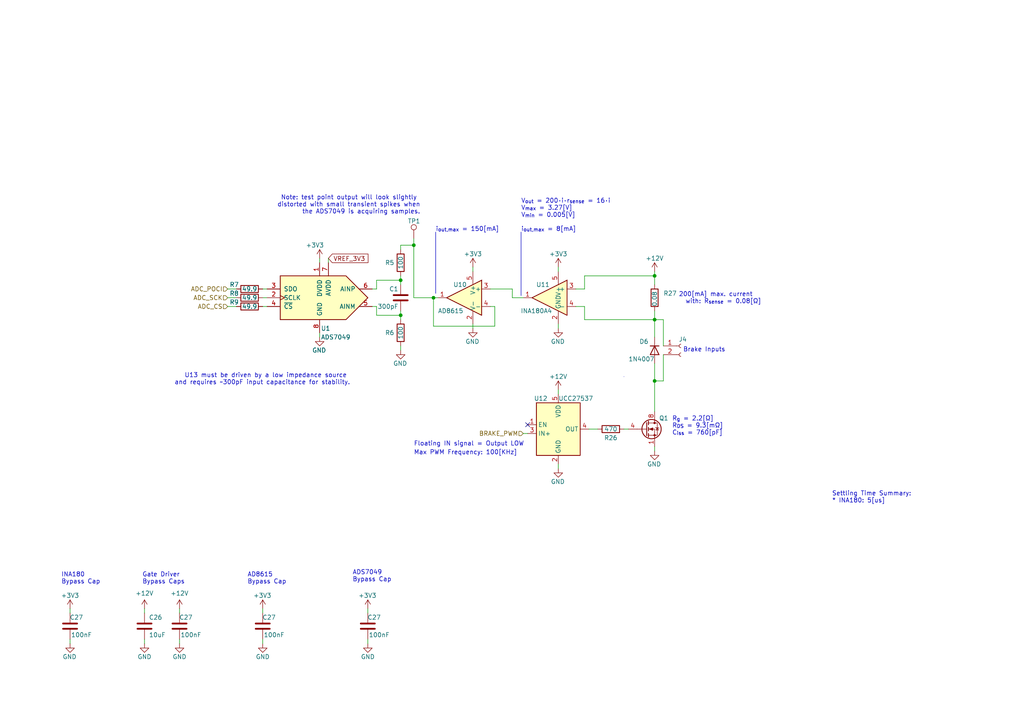
<source format=kicad_sch>
(kicad_sch (version 20230121) (generator eeschema)
  (paper "A4")
  (lib_symbols
    (symbol "Analog_ADC:ADS7049" (pin_names (offset 1.016))
      (property "Reference" "U" (at -7.62 -7.62 0))
      (property "Value" "ADS7049" (at 2.54 -7.62 0))
      (symbol "ADS7049_0_1"
        (polyline (pts (xy -13.97 0) (xy -7.62 6.35) (xy 11.43 6.35) (xy 11.43 -6.35) (xy -7.62 -6.35) (xy -13.97 0)) (stroke (width 0.254)) (fill (type background)))
      )
      (symbol "ADS7049_1_1"
        (pin power_in line (at 0 10.16 270) (length 3.81) (name "DVDD") (number "1"))
        (pin input clock (at 15.24 0 180) (length 3.81) (name "SCLK") (number "2"))
        (pin output line (at 15.24 2.54 180) (length 3.81) (name "SDO") (number "3"))
        (pin input line (at 15.24 -2.54 180) (length 3.81) (name "~{CS}") (number "4"))
        (pin input line (at -15.24 -2.54 0) (length 3.81) (name "AINM") (number "5"))
        (pin input line (at -15.24 2.54 0) (length 3.81) (name "AINP") (number "6"))
        (pin power_in line (at -2.54 10.16 270) (length 3.81) (name "AVDD") (number "7"))
        (pin power_in line (at 0 -10.16 90) (length 3.81) (name "GND") (number "8"))
      )
    )
    (symbol "Connector:Conn_01x02_Female" (pin_names (offset 1.016) hide)
      (property "Reference" "J" (at 0 2.54 0))
      (property "Value" "Conn_01x02_Female" (at 0 -5.08 0))
      (symbol "Conn_01x02_Female_1_1"
        (arc (start 0 -2.032) (mid -0.5058 -2.54) (end 0 -3.048) (stroke (width 0.1524)))
        (polyline (pts (xy -1.27 -2.54) (xy -0.508 -2.54)) (stroke (width 0.1524)))
        (polyline (pts (xy -1.27 0) (xy -0.508 0)) (stroke (width 0.1524)))
        (arc (start 0 0.508) (mid -0.5058 0) (end 0 -0.508) (stroke (width 0.1524)))
        (pin passive line (at -5.08 0 0) (length 3.81) (name "Pin_1") (number "1"))
        (pin passive line (at -5.08 -2.54 0) (length 3.81) (name "Pin_2") (number "2"))
      )
    )
    (symbol "Connector:TestPoint" (pin_numbers hide) (pin_names (offset 0.762) hide)
      (property "Reference" "TP" (at 0 6.858 0))
      (property "Value" "TestPoint" (at 0 5.08 0))
      (symbol "TestPoint_0_1"
        (circle (center 0 3.302) (radius 0.762))
      )
      (symbol "TestPoint_1_1"
        (pin passive line (at 0 0 90) (length 2.54) (name "1") (number "1"))
      )
    )
    (symbol "Device:C" (pin_numbers hide) (pin_names (offset 0.254))
      (property "Reference" "C" (at 0.635 2.54 0))
      (property "Value" "C" (at 0.635 -2.54 0))
      (symbol "C_0_1"
        (polyline (pts (xy -2.032 -0.762) (xy 2.032 -0.762)) (stroke (width 0.508)))
        (polyline (pts (xy -2.032 0.762) (xy 2.032 0.762)) (stroke (width 0.508)))
      )
      (symbol "C_1_1"
        (pin passive line (at 0 3.81 270) (length 2.794) (name "~") (number "1"))
        (pin passive line (at 0 -3.81 90) (length 2.794) (name "~") (number "2"))
      )
    )
    (symbol "Device:D" (pin_numbers hide) (pin_names (offset 1.016) hide)
      (property "Reference" "D" (at 0 2.54 0))
      (property "Value" "D" (at 0 -2.54 0))
      (symbol "D_0_1"
        (polyline (pts (xy -1.27 1.27) (xy -1.27 -1.27)) (stroke (width 0.254)))
        (polyline (pts (xy 1.27 0) (xy -1.27 0)))
        (polyline (pts (xy 1.27 1.27) (xy 1.27 -1.27) (xy -1.27 0) (xy 1.27 1.27)) (stroke (width 0.254)))
      )
      (symbol "D_1_1"
        (pin passive line (at -3.81 0 0) (length 2.54) (name "K") (number "1"))
        (pin passive line (at 3.81 0 180) (length 2.54) (name "A") (number "2"))
      )
    )
    (symbol "Device:R" (pin_numbers hide) (pin_names (offset 0))
      (property "Reference" "R" (at 2.032 0 90))
      (property "Value" "R" (at 0 0 90))
      (symbol "R_0_1"
        (rectangle (start -1.016 -2.54) (end 1.016 2.54) (stroke (width 0.254)))
      )
      (symbol "R_1_1"
        (pin passive line (at 0 3.81 270) (length 1.27) (name "~") (number "1"))
        (pin passive line (at 0 -3.81 90) (length 1.27) (name "~") (number "2"))
      )
    )
    (symbol "Transistor_FET:IRF7403" (pin_names hide)
      (property "Reference" "Q" (at 5.08 2.54 0))
      (property "Value" "IRF7403" (at 5.08 0 0))
      (symbol "IRF7403_0_1"
        (polyline (pts (xy 0.254 0) (xy -2.54 0)))
        (polyline (pts (xy 0.254 1.905) (xy 0.254 -1.905)) (stroke (width 0.254)))
        (polyline (pts (xy 0.762 -1.27) (xy 0.762 -2.286)) (stroke (width 0.254)))
        (polyline (pts (xy 0.762 0.508) (xy 0.762 -0.508)) (stroke (width 0.254)))
        (polyline (pts (xy 0.762 2.286) (xy 0.762 1.27)) (stroke (width 0.254)))
        (polyline (pts (xy 2.54 2.54) (xy 2.54 1.778)))
        (polyline (pts (xy 2.54 -2.54) (xy 2.54 0) (xy 0.762 0)))
        (polyline (pts (xy 0.762 -1.778) (xy 3.302 -1.778) (xy 3.302 1.778) (xy 0.762 1.778)))
        (polyline (pts (xy 1.016 0) (xy 2.032 0.381) (xy 2.032 -0.381) (xy 1.016 0)) (fill (type outline)))
        (polyline (pts (xy 2.794 0.508) (xy 2.921 0.381) (xy 3.683 0.381) (xy 3.81 0.254)))
        (polyline (pts (xy 3.302 0.381) (xy 2.921 -0.254) (xy 3.683 -0.254) (xy 3.302 0.381)))
        (circle (center 1.651 0) (radius 2.794) (stroke (width 0.254)))
        (circle (center 2.54 -1.778) (radius 0.254) (fill (type outline)))
        (circle (center 2.54 1.778) (radius 0.254) (fill (type outline)))
      )
      (symbol "IRF7403_1_1"
        (pin passive line (at 2.54 -5.08 90) (length 2.54) (name "S") (number "1"))
        (pin passive line (at 2.54 -5.08 90) (length 2.54) hide (name "S") (number "2"))
        (pin passive line (at 2.54 -5.08 90) (length 2.54) hide (name "S") (number "3"))
        (pin input line (at -5.08 0 0) (length 2.54) (name "G") (number "4"))
        (pin passive line (at 2.54 5.08 270) (length 2.54) hide (name "D") (number "5"))
        (pin passive line (at 2.54 5.08 270) (length 2.54) hide (name "D") (number "6"))
        (pin passive line (at 2.54 5.08 270) (length 2.54) hide (name "D") (number "7"))
        (pin passive line (at 2.54 5.08 270) (length 2.54) (name "D") (number "8"))
      )
    )
    (symbol "kicad_component_library:AD8615" (pin_names (offset 0.127))
      (property "Reference" "U" (at 0 5.08 0))
      (property "Value" "AD8615" (at 0 -5.08 0))
      (symbol "AD8615_0_1"
        (polyline (pts (xy -5.08 5.08) (xy 5.08 0) (xy -5.08 -5.08) (xy -5.08 5.08)) (stroke (width 0.254)) (fill (type background)))
        (pin power_in line (at -2.54 -7.62 90) (length 3.81) (name "V-") (number "2"))
        (pin power_in line (at -2.54 7.62 270) (length 3.81) (name "V+") (number "5"))
      )
      (symbol "AD8615_1_1"
        (pin output line (at 7.62 0 180) (length 2.54) (name "~") (number "1"))
        (pin input line (at -7.62 2.54 0) (length 2.54) (name "+") (number "3"))
        (pin input line (at -7.62 -2.54 0) (length 2.54) (name "-") (number "4"))
      )
    )
    (symbol "kicad_component_library:INA180"
      (property "Reference" "U" (at 2.54 5.08 0))
      (property "Value" "INA180" (at 5.08 -5.08 0))
      (symbol "INA180_0_1"
        (polyline (pts (xy -2.54 5.08) (xy 7.62 0) (xy -2.54 -5.08) (xy -2.54 5.08)) (stroke (width 0.254)) (fill (type background)))
      )
      (symbol "INA180_1_1"
        (pin output line (at 10.16 0 180) (length 2.54) (name "~") (number "1"))
        (pin power_in line (at 0 -7.62 90) (length 3.81) (name "GND") (number "2"))
        (pin input line (at -5.08 2.54 0) (length 2.54) (name "+") (number "3"))
        (pin input line (at -5.08 -2.54 0) (length 2.54) (name "-") (number "4"))
        (pin power_in line (at 0 7.62 270) (length 3.81) (name "V+") (number "5"))
      )
    )
    (symbol "kicad_component_library:UCC27537"
      (property "Reference" "U?" (at -5.08 8.89 0))
      (property "Value" "UCC27537" (at 6.35 8.89 0))
      (symbol "UCC27537_0_1"
        (rectangle (start -6.35 7.62) (end 6.35 -7.62) (stroke (width 0.254)) (fill (type background)))
      )
      (symbol "UCC27537_1_1"
        (pin input line (at -8.89 1.27 0) (length 2.54) (name "EN") (number "1"))
        (pin power_in line (at 0 -10.16 90) (length 2.54) (name "GND") (number "2"))
        (pin input line (at -8.89 -1.27 0) (length 2.54) (name "IN+") (number "3"))
        (pin output line (at 8.89 0 180) (length 2.54) (name "OUT") (number "4"))
        (pin power_in line (at 0 10.16 270) (length 2.54) (name "VDD") (number "5"))
      )
    )
    (symbol "power:+12V" (power) (pin_names (offset 0))
      (property "Value" "+12V" (at 0 3.556 0))
      (symbol "+12V_0_1"
        (polyline (pts (xy -0.762 1.27) (xy 0 2.54)))
        (polyline (pts (xy 0 0) (xy 0 2.54)))
        (polyline (pts (xy 0 2.54) (xy 0.762 1.27)))
      )
      (symbol "+12V_1_1"
        (pin power_in line (at 0 0 90) (length 0) hide (name "+12V") (number "1"))
      )
    )
    (symbol "power:+3V3" (power) (pin_names (offset 0))
      (property "Value" "+3V3" (at 0 3.556 0))
      (symbol "+3V3_0_1"
        (polyline (pts (xy -0.762 1.27) (xy 0 2.54)))
        (polyline (pts (xy 0 0) (xy 0 2.54)))
        (polyline (pts (xy 0 2.54) (xy 0.762 1.27)))
      )
      (symbol "+3V3_1_1"
        (pin power_in line (at 0 0 90) (length 0) hide (name "+3V3") (number "1"))
      )
    )
    (symbol "power:GND" (power) (pin_names (offset 0))
      (property "Value" "GND" (at 0 -3.81 0))
      (symbol "GND_0_1"
        (polyline (pts (xy 0 0) (xy 0 -1.27) (xy 1.27 -1.27) (xy 0 -2.54) (xy -1.27 -1.27) (xy 0 -1.27)))
      )
      (symbol "GND_1_1"
        (pin power_in line (at 0 0 270) (length 0) hide (name "GND") (number "1"))
      )
    )
  )
  (junction (at 116.205 81.28))
  (junction (at 189.865 80.01))
  (junction (at 120.015 71.12))
  (junction (at 189.865 92.71))
  (junction (at 125.73 86.36))
  (junction (at 116.205 91.44))
  (junction (at 189.865 110.49))
  (no_connect (at 153.035 123.19))
  (wire (pts (xy 116.205 81.28) (xy 116.205 82.55)))
  (wire (pts (xy 148.59 86.36) (xy 148.59 83.82)))
  (wire (pts (xy 116.205 80.01) (xy 116.205 81.28)))
  (wire (pts (xy 161.925 134.62) (xy 161.925 135.89)))
  (wire (pts (xy 107.95 88.9) (xy 109.22 88.9)))
  (wire (pts (xy 41.91 185.42) (xy 41.91 186.69)))
  (wire (pts (xy 120.015 69.215) (xy 120.015 71.12)))
  (wire (pts (xy 107.95 83.82) (xy 109.22 83.82)))
  (wire (pts (xy 169.545 92.71) (xy 189.865 92.71)))
  (wire (pts (xy 92.71 74.93) (xy 92.71 76.2)))
  (wire (pts (xy 192.405 92.71) (xy 189.865 92.71)))
  (wire (pts (xy 92.71 96.52) (xy 92.71 97.79)))
  (wire (pts (xy 151.765 125.73) (xy 153.035 125.73)))
  (wire (pts (xy 169.545 88.9) (xy 169.545 92.71)))
  (wire (pts (xy 142.24 88.9) (xy 143.51 88.9)))
  (wire (pts (xy 68.58 88.9) (xy 66.04 88.9)))
  (wire (pts (xy 189.865 80.01) (xy 189.865 82.55)))
  (wire (pts (xy 116.205 71.12) (xy 120.015 71.12)))
  (polyline (pts (xy 126.365 67.31) (xy 126.365 85.09)))
  (wire (pts (xy 20.32 185.42) (xy 20.32 186.69)))
  (wire (pts (xy 106.68 185.42) (xy 106.68 186.69)))
  (wire (pts (xy 170.815 124.46) (xy 173.355 124.46)))
  (wire (pts (xy 143.51 88.9) (xy 143.51 94.615)))
  (wire (pts (xy 189.865 90.17) (xy 189.865 92.71)))
  (wire (pts (xy 189.865 129.54) (xy 189.865 130.81)))
  (wire (pts (xy 116.205 90.17) (xy 116.205 91.44)))
  (wire (pts (xy 20.32 177.8) (xy 20.32 176.53)))
  (wire (pts (xy 169.545 80.01) (xy 189.865 80.01)))
  (wire (pts (xy 151.765 86.36) (xy 148.59 86.36)))
  (wire (pts (xy 106.68 176.53) (xy 106.68 177.8)))
  (wire (pts (xy 116.205 100.33) (xy 116.205 101.6)))
  (wire (pts (xy 109.22 81.28) (xy 116.205 81.28)))
  (wire (pts (xy 137.16 93.98) (xy 137.16 95.25)))
  (wire (pts (xy 68.58 83.82) (xy 66.04 83.82)))
  (wire (pts (xy 143.51 94.615) (xy 125.73 94.615)))
  (wire (pts (xy 192.405 110.49) (xy 192.405 102.87)))
  (wire (pts (xy 161.925 113.03) (xy 161.925 114.3)))
  (wire (pts (xy 109.22 83.82) (xy 109.22 81.28)))
  (wire (pts (xy 189.865 78.74) (xy 189.865 80.01)))
  (wire (pts (xy 125.73 94.615) (xy 125.73 86.36)))
  (wire (pts (xy 120.015 71.12) (xy 120.015 86.36)))
  (wire (pts (xy 95.25 74.93) (xy 95.25 76.2)))
  (wire (pts (xy 161.925 77.47) (xy 161.925 78.74)))
  (wire (pts (xy 41.91 176.53) (xy 41.91 177.8)))
  (wire (pts (xy 125.73 86.36) (xy 127 86.36)))
  (wire (pts (xy 189.865 105.41) (xy 189.865 110.49)))
  (wire (pts (xy 189.865 110.49) (xy 189.865 119.38)))
  (wire (pts (xy 77.47 83.82) (xy 76.2 83.82)))
  (wire (pts (xy 52.07 185.42) (xy 52.07 186.69)))
  (wire (pts (xy 137.16 77.47) (xy 137.16 78.74)))
  (wire (pts (xy 77.47 86.36) (xy 76.2 86.36)))
  (polyline (pts (xy 151.13 67.31) (xy 151.13 85.725)))
  (wire (pts (xy 169.545 83.82) (xy 169.545 80.01)))
  (wire (pts (xy 76.2 176.53) (xy 76.2 177.8)))
  (wire (pts (xy 52.07 176.53) (xy 52.07 177.8)))
  (wire (pts (xy 116.205 91.44) (xy 116.205 92.71)))
  (polyline (pts (xy 180.975 109.22) (xy 180.975 109.22)))
  (wire (pts (xy 68.58 86.36) (xy 66.04 86.36)))
  (wire (pts (xy 120.015 86.36) (xy 125.73 86.36)))
  (wire (pts (xy 167.005 83.82) (xy 169.545 83.82)))
  (wire (pts (xy 180.975 124.46) (xy 182.245 124.46)))
  (wire (pts (xy 109.22 88.9) (xy 109.22 91.44)))
  (wire (pts (xy 76.2 185.42) (xy 76.2 186.69)))
  (wire (pts (xy 192.405 92.71) (xy 192.405 100.33)))
  (wire (pts (xy 192.405 110.49) (xy 189.865 110.49)))
  (wire (pts (xy 161.925 93.98) (xy 161.925 95.25)))
  (wire (pts (xy 167.005 88.9) (xy 169.545 88.9)))
  (wire (pts (xy 116.205 72.39) (xy 116.205 71.12)))
  (wire (pts (xy 109.22 91.44) (xy 116.205 91.44)))
  (wire (pts (xy 148.59 83.82) (xy 142.24 83.82)))
  (wire (pts (xy 77.47 88.9) (xy 76.2 88.9)))
  (wire (pts (xy 189.865 92.71) (xy 189.865 97.79)))
  (text "Brake Inputs" (at 198.12 102.235 0) (effects (font (size 1.27 1.27)) (justify left bottom)))
  (text "V_{out} = 200·i·r_{sense} = 16·i\nV_{max} = 3.27[V]\nV_{min} = 0.005[V]\n\ni_{out,max} = 8[mA]" (at 151.13 67.31 0) (effects (font (size 1.27 1.27)) (justify left bottom)))
  (text "AD8615\nBypass Cap" (at 71.755 169.545 0) (effects (font (size 1.27 1.27)) (justify left bottom)))
  (text "U13 must be driven by a low impedance source \nand requires ~300pF input capacitance for stability." (at 101.6 111.76 0) (effects (font (size 1.27 1.27)) (justify right bottom)))
  (text "R_{g} = 2.2[Ω]\nR_{DS} = 9.3[mΩ]\nC_{iss} = 760[pF]" (at 194.945 126.365 0) (effects (font (size 1.27 1.27)) (justify left bottom)))
  (text "Floating IN signal = Output LOW" (at 120.015 129.54 0) (effects (font (size 1.27 1.27)) (justify left bottom)))
  (text "Max PWM Frequency: 100[KHz]" (at 120.015 132.08 0) (effects (font (size 1.27 1.27)) (justify left bottom)))
  (text "i_{out,max} = 150[mA]" (at 126.365 67.31 0) (effects (font (size 1.27 1.27)) (justify left bottom)))
  (text "Gate Driver\nBypass Caps" (at 41.275 169.545 0) (effects (font (size 1.27 1.27)) (justify left bottom)))
  (text "ADS7049\nBypass Cap" (at 102.235 168.91 0) (effects (font (size 1.27 1.27)) (justify left bottom)))
  (text "INA180\nBypass Cap" (at 17.78 169.545 0) (effects (font (size 1.27 1.27)) (justify left bottom)))
  (text "200[mA] max. current\n  with: R_{sense} = 0.08[Ω]\n" (at 196.85 88.265 0) (effects (font (size 1.27 1.27)) (justify left bottom)))
  (text "Note: test point output will look slightly \ndistorted with small transient spikes when\nthe ADS7049 is acquiring samples." (at 121.92 62.23 0) (effects (font (size 1.27 1.27)) (justify right bottom)))
  (text "Settling Time Summary:\n* INA180: 5[us]" (at 241.3 146.05 0) (effects (font (size 1.27 1.27)) (justify left bottom)))
  (global_label "VREF_3V3" (shape input) (at 95.25 74.93 0) (property "Intersheetrefs" "${INTERSHEET_REFS}" (effects hide)))
  (hierarchical_label "ADC_CS" (shape input) (at 66.04 88.9 180))
  (hierarchical_label "BRAKE_PWM" (shape input) (at 151.765 125.73 180))
  (hierarchical_label "ADC_POCI" (shape input) (at 66.04 83.82 180))
  (hierarchical_label "ADC_SCK" (shape input) (at 66.04 86.36 180))
  (symbol (lib_id "Device:D") (at 189.865 101.6 270) (unit 1)
    (property "Reference" "D6" (at 185.42 99.06 90) (effects (justify left)))
    (property "Value" "1N4007" (at 182.245 104.14 90) (effects (justify left)))
    (property "Footprint" "Diode_SMD:D_SOD-123F" (effects hide))
    (property "Datasheet" "https://www.smc-diodes.com/propdf/1N4001FL-1N4007FL%20N1646%20REV.A.pdf" (effects hide))
    (property "Link" "https://www.digikey.com/en/products/detail/smc-diode-solutions/1N4007FL/11657827?" (effects hide))
    (property "Manufacturer Number" "1N4007FL" (effects hide))
    (property "Manufacturer" "SMC Diode Solutions" (effects hide))
  )
  (symbol (lib_id "power:+3V3") (at 20.32 176.53 0) (mirror y) (unit 1)
    (property "Reference" "#PWR?" (effects hide))
    (property "Value" "+3V3" (at 20.32 172.72 0))
    (instances (project "harp_treadmill" (path "" (reference "#PWR?") (unit 1)) (path "" (reference "#PWR014") (unit 1))))
  )
  (symbol (lib_id "power:GND") (at 137.16 95.25 0) (mirror y) (unit 1)
    (property "Reference" "#PWR?" (effects hide))
    (property "Value" "GND" (at 139.065 99.06 0) (effects (justify left)))
    (instances (project "harp_treadmill" (path "" (reference "#PWR?") (unit 1)) (path "" (reference "#PWR01") (unit 1)) (path "" (reference "#PWR0111") (unit 1))))
  )
  (symbol (lib_id "Device:C") (at 41.91 181.61 0) (unit 1)
    (property "Reference" "C26" (at 43.18 179.07 0) (effects (justify left)))
    (property "Value" "10uF" (at 43.18 184.15 0) (effects (justify left)))
    (property "Footprint" "Capacitor_SMD:C_0805_2012Metric" (effects hide))
    (property "Datasheet" "https://search.murata.co.jp/Ceramy/image/img/A01X/G101/ENG/GRM21BZ71E106KE15-01.pdf" (effects hide))
    (property "Link" "https://www.digikey.com/en/products/detail/murata-electronics/GRM21BZ71E106KE15L/13904911" (effects hide))
    (property "Manufacturer Number" "GRM21BZ71E106KE15L" (effects hide))
    (property "Rated Voltage" "25V" (effects hide))
    (property "Temperature Coefficient" "X7R" (effects hide))
    (property "Manufacturer" "Murata Electronics" (effects hide))
    (property "Alternate" "CL21B106KOQNNNE" (effects hide))
    (instances (project "harp_treadmill" (path "" (reference "C26") (unit 1)) (path "" (reference "C28") (unit 1))))
  )
  (symbol (lib_id "power:+12V") (at 52.07 176.53 0) (unit 1)
    (property "Reference" "#PWR015" (effects hide))
    (property "Value" "+12V" (at 52.07 172.085 0))
    (instances (project "harp_treadmill" (path "" (reference "#PWR015") (unit 1)) (path "" (reference "#PWR04") (unit 1))))
  )
  (symbol (lib_id "Device:R") (at 116.205 76.2 180) (unit 1)
    (property "Reference" "R5" (at 113.03 76.2 0))
    (property "Value" "100" (at 116.205 76.2 90))
    (property "Footprint" "Resistor_SMD:R_0402_1005Metric" (effects hide))
    (property "Datasheet" "https://www.yageo.com/upload/media/product/productsearch/datasheet/rchip/PYu-RT_1-to-0.01_RoHS_L_15.pdf" (effects hide))
    (property "Link" "https://www.digikey.com/en/products/detail/yageo/RT0402BRD07100RL/1068990" (effects hide))
    (property "Manufacturer" "Yageo" (effects hide))
    (property "Manufacturer Number" "RT0402BRD07100RL" (effects hide))
    (property "Tolerance" "0.1%" (effects hide))
    (property "Temperature Coefficient" "25ppm/C" (effects hide))
    (instances (project "harp_treadmill" (path "" (reference "R5") (unit 1)) (path "" (reference "R24") (unit 1))))
  )
  (symbol (lib_id "kicad_component_library:AD8615") (at 134.62 86.36 0) (mirror y) (unit 1)
    (property "Reference" "U10" (at 131.445 82.55 0) (effects (justify right)))
    (property "Value" "AD8615" (at 127 90.17 0) (effects (justify right)))
    (property "Footprint" "Package_TO_SOT_SMD:TSOT-23-5" (effects hide))
    (property "Datasheet" "https://www.analog.com/media/en/technical-documentation/data-sheets/AD8615_8616_8618.pdf" (effects hide))
    (property "Manufacturer" "Analog Devices Inc." (effects hide))
    (property "Link" "https://www.digikey.com/en/products/detail/analog-devices-inc/AD8615AUJZ-REEL/993826" (effects hide))
    (property "Manufacturer Number" "AD8615AUJZ-REEL" (effects hide))
  )
  (symbol (lib_id "power:+3V3") (at 92.71 74.93 0) (mirror y) (unit 1)
    (property "Reference" "#PWR?" (effects hide))
    (property "Value" "+3V3" (at 93.98 71.12 0) (effects (justify left)))
    (instances (project "harp_treadmill" (path "" (reference "#PWR?") (unit 1)) (path "" (reference "#PWR02") (unit 1)) (path "" (reference "#PWR09") (unit 1))))
  )
  (symbol (lib_id "Connector:Conn_01x02_Female") (at 197.485 100.33 0) (unit 1)
    (property "Reference" "J4" (at 196.85 98.425 0) (effects (justify left)))
    (property "Value" "Conn_01x02_Female" (effects hide))
  )
  (symbol (lib_id "power:GND") (at 41.91 186.69 0) (unit 1)
    (property "Reference" "#PWR096" (effects hide))
    (property "Value" "GND" (at 41.91 190.5 0))
    (instances (project "harp_treadmill" (path "" (reference "#PWR096") (unit 1)) (path "" (reference "#PWR0101") (unit 1))))
  )
  (symbol (lib_id "power:GND") (at 161.925 95.25 0) (mirror y) (unit 1)
    (property "Reference" "#PWR?" (effects hide))
    (property "Value" "GND" (at 163.83 99.06 0) (effects (justify left)))
    (instances (project "harp_treadmill" (path "" (reference "#PWR?") (unit 1)) (path "" (reference "#PWR01") (unit 1)) (path "" (reference "#PWR013") (unit 1))))
  )
  (symbol (lib_id "power:+12V") (at 161.925 113.03 0) (unit 1)
    (property "Reference" "#PWR015" (effects hide))
    (property "Value" "+12V" (at 161.925 109.22 0))
    (instances (project "harp_treadmill" (path "" (reference "#PWR015") (unit 1)) (path "" (reference "#PWR085") (unit 1))))
  )
  (symbol (lib_id "Device:C") (at 52.07 181.61 180) (unit 1)
    (property "Reference" "C27" (at 55.88 179.07 0) (effects (justify left)))
    (property "Value" "100nF" (at 58.42 184.15 0) (effects (justify left)))
    (property "Footprint" "Capacitor_SMD:C_0402_1005Metric" (effects hide))
    (property "Datasheet" "http://www.passivecomponent.com/wp-content/uploads/datasheet/WTC_MLCC_General_Purpose.pdf" (effects hide))
    (property "Link" "https://www.digikey.com/en/products/detail/walsin-technology-corporation/0402B104K160CT/6707534" (effects hide))
    (property "Manufacturer" "Walson Technology Corporation" (effects hide))
    (property "Manufacturer Number" "0402B104K160CT" (effects hide))
    (property "Rated Voltage" "16V" (effects hide))
    (property "Temperature Coefficient" "X7R" (effects hide))
    (property "Tolerance" "10%" (effects hide))
    (property "PCBWay Link" "https://www.pcbway.com/components/detail/0402B104K160CT/307171/" (effects hide))
    (instances (project "harp_treadmill" (path "" (reference "C27") (unit 1)) (path "" (reference "C29") (unit 1))))
  )
  (symbol (lib_id "power:+3V3") (at 106.68 176.53 0) (mirror y) (unit 1)
    (property "Reference" "#PWR?" (effects hide))
    (property "Value" "+3V3" (at 109.22 172.72 0) (effects (justify left)))
    (instances (project "harp_treadmill" (path "" (reference "#PWR?") (unit 1)) (path "" (reference "#PWR02") (unit 1)) (path "" (reference "#PWR0106") (unit 1))))
  )
  (symbol (lib_id "power:GND") (at 92.71 97.79 0) (mirror y) (unit 1)
    (property "Reference" "#PWR?" (effects hide))
    (property "Value" "GND" (at 94.615 101.6 0) (effects (justify left)))
    (instances (project "harp_treadmill" (path "" (reference "#PWR?") (unit 1)) (path "" (reference "#PWR03") (unit 1)) (path "" (reference "#PWR010") (unit 1))))
  )
  (symbol (lib_id "Device:C") (at 76.2 181.61 180) (unit 1)
    (property "Reference" "C27" (at 80.01 179.07 0) (effects (justify left)))
    (property "Value" "100nF" (at 82.55 184.15 0) (effects (justify left)))
    (property "Footprint" "Capacitor_SMD:C_0402_1005Metric" (effects hide))
    (property "Datasheet" "http://www.passivecomponent.com/wp-content/uploads/datasheet/WTC_MLCC_General_Purpose.pdf" (effects hide))
    (property "Link" "https://www.digikey.com/en/products/detail/walsin-technology-corporation/0402B104K160CT/6707534" (effects hide))
    (property "Manufacturer" "Walson Technology Corporation" (effects hide))
    (property "Manufacturer Number" "0402B104K160CT" (effects hide))
    (property "Rated Voltage" "16V" (effects hide))
    (property "Temperature Coefficient" "X7R" (effects hide))
    (property "Tolerance" "10%" (effects hide))
    (property "PCBWay Link" "https://www.pcbway.com/components/detail/0402B104K160CT/307171/" (effects hide))
    (instances (project "harp_treadmill" (path "" (reference "C27") (unit 1)) (path "" (reference "C30") (unit 1))))
  )
  (symbol (lib_id "Device:C") (at 20.32 181.61 180) (unit 1)
    (property "Reference" "C27" (at 24.13 179.07 0) (effects (justify left)))
    (property "Value" "100nF" (at 26.67 184.15 0) (effects (justify left)))
    (property "Footprint" "Capacitor_SMD:C_0402_1005Metric" (effects hide))
    (property "Datasheet" "http://www.passivecomponent.com/wp-content/uploads/datasheet/WTC_MLCC_General_Purpose.pdf" (effects hide))
    (property "Link" "https://www.digikey.com/en/products/detail/walsin-technology-corporation/0402B104K160CT/6707534" (effects hide))
    (property "Manufacturer" "Walson Technology Corporation" (effects hide))
    (property "Manufacturer Number" "0402B104K160CT" (effects hide))
    (property "Rated Voltage" "16V" (effects hide))
    (property "Temperature Coefficient" "X7R" (effects hide))
    (property "Tolerance" "10%" (effects hide))
    (property "PCBWay Link" "https://www.pcbway.com/components/detail/0402B104K160CT/307171/" (effects hide))
    (instances (project "harp_treadmill" (path "" (reference "C27") (unit 1)) (path "" (reference "C59") (unit 1))))
  )
  (symbol (lib_id "power:GND") (at 161.925 135.89 0) (mirror y) (unit 1)
    (property "Reference" "#PWR?" (effects hide))
    (property "Value" "GND" (at 163.83 139.7 0) (effects (justify left)))
    (instances (project "harp_treadmill" (path "" (reference "#PWR?") (unit 1)) (path "" (reference "#PWR01") (unit 1)) (path "" (reference "#PWR011") (unit 1))))
  )
  (symbol (lib_id "Device:R") (at 72.39 88.9 270) (mirror x) (unit 1)
    (property "Reference" "R9" (at 67.945 87.63 90))
    (property "Value" "49.9" (at 72.39 88.9 90))
    (property "Footprint" "Resistor_SMD:R_0402_1005Metric" (effects hide))
    (property "Datasheet" "https://www.yageo.com/upload/media/product/productsearch/datasheet/rchip/PYu-RC_Group_51_RoHS_L_12.pdf" (effects hide))
    (property "Link" "https://www.digikey.com/en/products/detail/yageo/RC0402FR-7W49R9L/12698836" (effects hide))
    (property "Manufacturer" "Yageo" (effects hide))
    (property "Manufacturer Number" "RC0402FR-7W49R9L" (effects hide))
    (instances (project "harp_treadmill" (path "" (reference "R9") (unit 1)) (path "" (reference "R23") (unit 1))))
  )
  (symbol (lib_id "power:GND") (at 116.205 101.6 0) (mirror y) (unit 1)
    (property "Reference" "#PWR?" (effects hide))
    (property "Value" "GND" (at 118.11 105.41 0) (effects (justify left)))
    (instances (project "harp_treadmill" (path "" (reference "#PWR?") (unit 1)) (path "" (reference "#PWR01") (unit 1)) (path "" (reference "#PWR08") (unit 1))))
  )
  (symbol (lib_id "Device:R") (at 116.205 96.52 180) (unit 1)
    (property "Reference" "R6" (at 113.03 96.52 0))
    (property "Value" "100" (at 116.205 96.52 90))
    (property "Footprint" "Resistor_SMD:R_0402_1005Metric" (effects hide))
    (property "Datasheet" "https://www.yageo.com/upload/media/product/productsearch/datasheet/rchip/PYu-RT_1-to-0.01_RoHS_L_15.pdf" (effects hide))
    (property "Link" "https://www.digikey.com/en/products/detail/yageo/RT0402BRD07100RL/1068990" (effects hide))
    (property "Manufacturer" "Yageo" (effects hide))
    (property "Manufacturer Number" "RT0402BRD07100RL" (effects hide))
    (property "Tolerance" "0.1%" (effects hide))
    (property "Temperature Coefficient" "25ppm/C" (effects hide))
    (instances (project "harp_treadmill" (path "" (reference "R6") (unit 1)) (path "" (reference "R25") (unit 1))))
  )
  (symbol (lib_id "Analog_ADC:ADS7049") (at 92.71 86.36 0) (mirror y) (unit 1)
    (property "Reference" "U1" (at 93.0559 95.25 0) (effects (justify right)))
    (property "Value" "ADS7049" (at 93.0559 97.79 0) (effects (justify right)))
    (property "Footprint" "Package_SO:VSSOP-8_2.3x2mm_P0.5mm" (effects hide))
    (property "Datasheet" "http://www.ti.com/lit/ds/symlink/ads7049-q1.pdf" (effects hide))
    (property "Link" "https://www.digikey.com/en/products/detail/texas-instruments/ADS7049QDCURQ1/6609843" (effects hide))
    (property "Manufacturer" "Texas Instruments" (effects hide))
    (property "Manufacturer Number" "ADS7049QDCURQ1" (effects hide))
    (property "Vendor Number" "296-45325-6-ND" (effects hide))
    (instances (project "harp_treadmill" (path "" (reference "U1") (unit 1)) (path "" (reference "U9") (unit 1))))
  )
  (symbol (lib_id "kicad_component_library:UCC27537") (at 161.925 124.46 0) (unit 1)
    (property "Reference" "U12" (at 156.845 115.57 0))
    (property "Value" "UCC27537" (at 167.005 115.57 0))
    (property "Footprint" "Package_TO_SOT_SMD:SOT-23-5" (effects hide))
    (property "Datasheet" "https://www.ti.com/lit/ds/symlink/ucc27531.pdf?HQS=dis-dk-null-digikeymode-dsf-pf-null-wwe&ts=1674070078565&ref_url=https%253A%252F%252Fwww.ti.com%252Fgeneral%252Fdocs%252Fsuppproductinfo.tsp%253FdistId%253D10%2526gotoUrl%253Dhttps%253A%252F%252Fwww.ti.com%252Flit%252Fgpn%252Fucc27531" (effects hide))
    (property "Link" "https://www.digikey.com/en/products/detail/texas-instruments/UCC27537DBVR/4091143" (effects hide))
    (property "Manufacturer Number" "UCC27537DBVR" (effects hide))
    (property "Manufacturer" "Texas Instruments" (effects hide))
  )
  (symbol (lib_id "Transistor_FET:IRF7403") (at 187.325 124.46 0) (unit 1)
    (property "Reference" "Q1" (at 191.135 121.285 0) (effects (justify left)))
    (property "Value" "IRF8707TRPBF" (effects hide))
    (property "Footprint" "Package_SO:SOIC-8_3.9x4.9mm_P1.27mm" (effects hide))
    (property "Datasheet" "https://www.infineon.com/dgdl/irf8707pbf.pdf?fileId=5546d462533600a40153560d57f81d6b" (effects hide))
    (property "link" "https://www.digikey.com/en/products/detail/infineon-technologies/IRF8707TRPBF/1925376" (effects hide))
  )
  (symbol (lib_id "Device:R") (at 72.39 83.82 270) (mirror x) (unit 1)
    (property "Reference" "R7" (at 67.945 82.55 90))
    (property "Value" "49.9" (at 72.39 83.82 90))
    (property "Footprint" "Resistor_SMD:R_0402_1005Metric" (effects hide))
    (property "Datasheet" "https://www.yageo.com/upload/media/product/productsearch/datasheet/rchip/PYu-RC_Group_51_RoHS_L_12.pdf" (effects hide))
    (property "Link" "https://www.digikey.com/en/products/detail/yageo/RC0402FR-7W49R9L/12698836" (effects hide))
    (property "Manufacturer" "Yageo" (effects hide))
    (property "Manufacturer Number" "RC0402FR-7W49R9L" (effects hide))
    (instances (project "harp_treadmill" (path "" (reference "R7") (unit 1)) (path "" (reference "R21") (unit 1))))
  )
  (symbol (lib_id "power:GND") (at 106.68 186.69 0) (unit 1)
    (property "Reference" "#PWR098" (effects hide))
    (property "Value" "GND" (at 106.68 190.5 0))
    (instances (project "harp_treadmill" (path "" (reference "#PWR098") (unit 1)) (path "" (reference "#PWR0105") (unit 1))))
  )
  (symbol (lib_id "kicad_component_library:INA180") (at 161.925 86.36 0) (mirror y) (unit 1)
    (property "Reference" "U11" (at 157.48 82.55 0))
    (property "Value" "INA180A4" (at 155.575 90.17 0))
    (property "Footprint" "Package_TO_SOT_SMD:SOT-23-5" (effects hide))
    (property "Datasheet" "https://www.ti.com/lit/ds/symlink/ina180.pdf?ts=1674007071354&ref_url=https%253A%252F%252Fwww.ti.com%252Fproduct%252FINA180%252Fpart-details%252FINA180A1IDBVR" (effects hide))
    (property "link" "https://www.digikey.com/en/products/detail/texas-instruments/INA180A4IDBVT/7219066?utm_adgroup=&utm_source=google&utm_medium=cpc&utm_campaign=PMax%20Shopping_Product_Medium%20ROAS%20Categories&utm_term=&utm_content=&utm_id=go_cmp-20223376311_adg-_ad-__dev-c_ext-_prd-7219066_sig-CjwKCAjws9ipBhB1EiwAccEi1AFsBDDfB_5ysKgCzgkQF1SZiDQyYIMVzAsoUDoZV1_ZMF8jjGO-0xoCaMQQAvD_BwE&gclid=CjwKCAjws9ipBhB1EiwAccEi1AFsBDDfB_5ysKgCzgkQF1SZiDQyYIMVzAsoUDoZV1_ZMF8jjGO-0xoCaMQQAvD_BwE" (effects hide))
    (property "Manufacturer" "Texas Instruments" (effects hide))
    (property "Manufacturer Number" "INA180A4IDBVT" (effects hide))
    (property "Notes" "Fixed Gain: 200V/V" (effects hide))
  )
  (symbol (lib_id "Device:R") (at 189.865 86.36 0) (mirror y) (unit 1)
    (property "Reference" "R27" (at 192.405 85.0899 0) (effects (justify right)))
    (property "Value" "0.08" (at 189.865 84.455 90) (effects (justify right)))
    (property "Footprint" "Resistor_SMD:R_1206_3216Metric" (effects hide))
    (property "Manufacturer" "Vishay Dale" (effects hide))
    (property "Manufacturer Number" "WSL1206R0800FEA18" (effects hide))
    (property "Link" "https://www.digikey.com/en/products/detail/vishay-dale/WSL1206R0800FEA18/9758333" (effects hide))
    (property "Power Dissipation" "1/2W" (effects hide))
  )
  (symbol (lib_id "power:GND") (at 20.32 186.69 0) (mirror y) (unit 1)
    (property "Reference" "#PWR?" (effects hide))
    (property "Value" "GND" (at 22.225 190.5 0) (effects (justify left)))
    (instances (project "harp_treadmill" (path "" (reference "#PWR?") (unit 1)) (path "" (reference "#PWR01") (unit 1)) (path "" (reference "#PWR016") (unit 1))))
  )
  (symbol (lib_id "Device:C") (at 106.68 181.61 180) (unit 1)
    (property "Reference" "C27" (at 110.49 179.07 0) (effects (justify left)))
    (property "Value" "100nF" (at 113.03 184.15 0) (effects (justify left)))
    (property "Footprint" "Capacitor_SMD:C_0402_1005Metric" (effects hide))
    (property "Datasheet" "http://www.passivecomponent.com/wp-content/uploads/datasheet/WTC_MLCC_General_Purpose.pdf" (effects hide))
    (property "Link" "https://www.digikey.com/en/products/detail/walsin-technology-corporation/0402B104K160CT/6707534" (effects hide))
    (property "Manufacturer" "Walson Technology Corporation" (effects hide))
    (property "Manufacturer Number" "0402B104K160CT" (effects hide))
    (property "Rated Voltage" "16V" (effects hide))
    (property "Temperature Coefficient" "X7R" (effects hide))
    (property "Tolerance" "10%" (effects hide))
    (property "PCBWay Link" "https://www.pcbway.com/components/detail/0402B104K160CT/307171/" (effects hide))
    (instances (project "harp_treadmill" (path "" (reference "C27") (unit 1)) (path "" (reference "C31") (unit 1))))
  )
  (symbol (lib_id "power:+3V3") (at 137.16 77.47 0) (mirror y) (unit 1)
    (property "Reference" "#PWR0110" (effects hide))
    (property "Value" "+3V3" (at 137.16 73.66 0))
  )
  (symbol (lib_id "Device:R") (at 177.165 124.46 90) (unit 1)
    (property "Reference" "R26" (at 177.165 127 90))
    (property "Value" "470" (at 177.165 124.46 90))
    (property "Footprint" "Resistor_SMD:R_0805_2012Metric" (effects hide))
    (property "Datasheet" "https://www.koaspeer.com/pdfs/SG73P.pdf" (effects hide))
    (property "Link" "https://www.digikey.com/en/products/detail/koa-speer-electronics-inc/SG73P2ATTD4700F/10188391" (effects hide))
    (property "Manufacturer" "Panasonic Electronic Components" (effects hide))
    (property "Manufacturer Number" "SG73P2ATTD4700F" (effects hide))
    (property "Power" "1/2W" (effects hide))
    (property "Tolerance" "1%" (effects hide))
  )
  (symbol (lib_id "power:+12V") (at 41.91 176.53 0) (unit 1)
    (property "Reference" "#PWR015" (effects hide))
    (property "Value" "+12V" (at 41.91 172.085 0))
    (instances (project "harp_treadmill" (path "" (reference "#PWR015") (unit 1)) (path "" (reference "#PWR0102") (unit 1))))
  )
  (symbol (lib_id "power:+3V3") (at 161.925 77.47 0) (mirror y) (unit 1)
    (property "Reference" "#PWR0123" (effects hide))
    (property "Value" "+3V3" (at 161.925 73.66 0))
  )
  (symbol (lib_id "Connector:TestPoint") (at 120.015 69.215 0) (mirror y) (unit 1)
    (property "Reference" "TP1" (at 121.92 64.135 0) (effects (justify left)))
    (property "Value" "TestPoint" (effects hide))
    (property "Footprint" "kicad_component_library:TestPoint_Keystone_5027_Miniature" (effects hide))
    (property "Datasheet" "https://www.keyelco.com/userAssets/file/M65p55.pdf" (effects hide))
    (property "Link" "https://www.digikey.com/en/products/detail/keystone-electronics/5027/5118871" (effects hide))
    (property "Notes" "SMT testpoint with hole for added sturdiness." (effects hide))
    (property "Manufacturer" "Keystone Electronics" (effects hide))
    (property "Manufacturer Number" "5027" (effects hide))
    (instances (project "harp_treadmill" (path "" (reference "TP1") (unit 1)) (path "" (reference "TP2") (unit 1))))
  )
  (symbol (lib_id "power:+3V3") (at 76.2 176.53 0) (mirror y) (unit 1)
    (property "Reference" "#PWR?" (effects hide))
    (property "Value" "+3V3" (at 78.74 172.72 0) (effects (justify left)))
    (instances (project "harp_treadmill" (path "" (reference "#PWR?") (unit 1)) (path "" (reference "#PWR02") (unit 1)) (path "" (reference "#PWR0107") (unit 1))))
  )
  (symbol (lib_id "Device:R") (at 72.39 86.36 270) (mirror x) (unit 1)
    (property "Reference" "R8" (at 67.945 85.09 90))
    (property "Value" "49.9" (at 72.39 86.36 90))
    (property "Footprint" "Resistor_SMD:R_0402_1005Metric" (effects hide))
    (property "Datasheet" "https://www.yageo.com/upload/media/product/productsearch/datasheet/rchip/PYu-RC_Group_51_RoHS_L_12.pdf" (effects hide))
    (property "Link" "https://www.digikey.com/en/products/detail/yageo/RC0402FR-7W49R9L/12698836" (effects hide))
    (property "Manufacturer" "Yageo" (effects hide))
    (property "Manufacturer Number" "RC0402FR-7W49R9L" (effects hide))
    (instances (project "harp_treadmill" (path "" (reference "R8") (unit 1)) (path "" (reference "R22") (unit 1))))
  )
  (symbol (lib_id "power:GND") (at 189.865 130.81 0) (mirror y) (unit 1)
    (property "Reference" "#PWR?" (effects hide))
    (property "Value" "GND" (at 191.77 134.62 0) (effects (justify left)))
    (instances (project "harp_treadmill" (path "" (reference "#PWR?") (unit 1)) (path "" (reference "#PWR01") (unit 1)) (path "" (reference "#PWR012") (unit 1))))
  )
  (symbol (lib_id "Device:C") (at 116.205 86.36 0) (mirror y) (unit 1)
    (property "Reference" "C1" (at 115.57 83.82 0) (effects (justify left)))
    (property "Value" "300pF" (at 115.57 88.9 0) (effects (justify left)))
    (property "Footprint" "Capacitor_SMD:C_0402_1005Metric" (effects hide))
    (property "Datasheet" "https://search.murata.co.jp/Ceramy/image/img/A01X/G101/ENG/GCM1555C1H301FA16-01.pdf" (effects hide))
    (property "Link" "https://www.digikey.com/en/products/detail/murata-electronics/GCM1555C1H301FA16D/11618636" (effects hide))
    (property "Manufacturer Number" "GCM1555C1H301FA16D" (effects hide))
    (property "Manufacturer" "Murata Electronics" (effects hide))
    (property "Notes" "NP0" (effects hide))
    (property "Tolerlance" "1%" (effects hide))
    (instances (project "harp_treadmill" (path "" (reference "C1") (unit 1)) (path "" (reference "C33") (unit 1))))
  )
  (symbol (lib_id "power:+12V") (at 189.865 78.74 0) (unit 1)
    (property "Reference" "#PWR015" (effects hide))
    (property "Value" "+12V" (at 189.865 74.93 0))
    (instances (project "harp_treadmill" (path "" (reference "#PWR015") (unit 1)) (path "" (reference "#PWR086") (unit 1))))
  )
  (symbol (lib_id "power:GND") (at 76.2 186.69 0) (unit 1)
    (property "Reference" "#PWR098" (effects hide))
    (property "Value" "GND" (at 76.2 190.5 0))
    (instances (project "harp_treadmill" (path "" (reference "#PWR098") (unit 1)) (path "" (reference "#PWR0104") (unit 1))))
  )
  (symbol (lib_id "power:GND") (at 52.07 186.69 0) (unit 1)
    (property "Reference" "#PWR098" (effects hide))
    (property "Value" "GND" (at 52.07 190.5 0))
    (instances (project "harp_treadmill" (path "" (reference "#PWR098") (unit 1)) (path "" (reference "#PWR0103") (unit 1))))
  )
)
</source>
